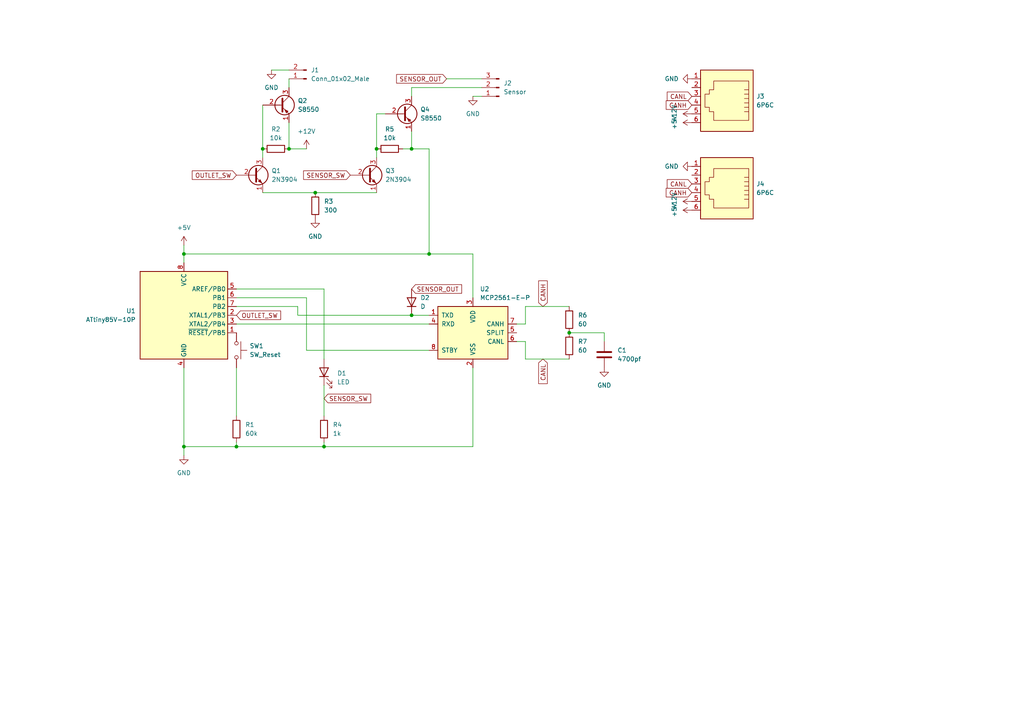
<source format=kicad_sch>
(kicad_sch (version 20211123) (generator eeschema)
  (paper "A4")
  (lib_symbols
    (symbol "Connector:6P6C" (pin_names (offset 1.016))
      (property "Reference" "J" (at -5.08 11.43 0))
      (property "Value" "6P6C" (at 2.54 11.43 0))
      (symbol "6P6C_0_1"
        (polyline (pts (xy -6.35 -1.905) (xy -5.08 -1.905) (xy -5.08 -1.905)))
        (polyline (pts (xy -6.35 -0.635) (xy -5.08 -0.635) (xy -5.08 -0.635)))
        (polyline (pts (xy -6.35 0.635) (xy -5.08 0.635) (xy -5.08 0.635)))
        (polyline (pts (xy -6.35 1.905) (xy -5.08 1.905) (xy -5.08 1.905)))
        (polyline (pts (xy -6.35 3.175) (xy -5.08 3.175) (xy -5.08 3.175)))
        (polyline (pts (xy -5.08 4.445) (xy -6.35 4.445) (xy -6.35 4.445)))
        (polyline (pts (xy -6.35 -4.445) (xy -6.35 6.985) (xy 3.81 6.985) (xy 3.81 4.445) (xy 5.08 4.445) (xy 5.08 3.175) (xy 6.35 3.175) (xy 6.35 -0.635) (xy 5.08 -0.635) (xy 5.08 -1.905) (xy 3.81 -1.905) (xy 3.81 -4.445) (xy -6.35 -4.445) (xy -6.35 -4.445)))
        (rectangle (start 7.62 10.16) (end -7.62 -7.62) (stroke (width 0.254)) (fill (type background)))
      )
      (symbol "6P6C_1_1"
        (pin passive line (at 10.16 -5.08 180) (length 2.54) (name "~") (number "1"))
        (pin passive line (at 10.16 -2.54 180) (length 2.54) (name "~") (number "2"))
        (pin passive line (at 10.16 0 180) (length 2.54) (name "~") (number "3"))
        (pin passive line (at 10.16 2.54 180) (length 2.54) (name "~") (number "4"))
        (pin passive line (at 10.16 5.08 180) (length 2.54) (name "~") (number "5"))
        (pin passive line (at 10.16 7.62 180) (length 2.54) (name "~") (number "6"))
      )
    )
    (symbol "Connector:Conn_01x02_Male" (pin_names (offset 1.016) hide)
      (property "Reference" "J" (at 0 2.54 0))
      (property "Value" "Conn_01x02_Male" (at 0 -5.08 0))
      (symbol "Conn_01x02_Male_1_1"
        (polyline (pts (xy 1.27 -2.54) (xy 0.8636 -2.54)) (stroke (width 0.1524)))
        (polyline (pts (xy 1.27 0) (xy 0.8636 0)) (stroke (width 0.1524)))
        (rectangle (start 0.8636 -2.413) (end 0 -2.667) (stroke (width 0.1524)) (fill (type outline)))
        (rectangle (start 0.8636 0.127) (end 0 -0.127) (stroke (width 0.1524)) (fill (type outline)))
        (pin passive line (at 5.08 0 180) (length 3.81) (name "Pin_1") (number "1"))
        (pin passive line (at 5.08 -2.54 180) (length 3.81) (name "Pin_2") (number "2"))
      )
    )
    (symbol "Connector:Conn_01x03_Male" (pin_names (offset 1.016) hide)
      (property "Reference" "J" (at 0 5.08 0))
      (property "Value" "Conn_01x03_Male" (at 0 -5.08 0))
      (symbol "Conn_01x03_Male_1_1"
        (polyline (pts (xy 1.27 -2.54) (xy 0.8636 -2.54)) (stroke (width 0.1524)))
        (polyline (pts (xy 1.27 0) (xy 0.8636 0)) (stroke (width 0.1524)))
        (polyline (pts (xy 1.27 2.54) (xy 0.8636 2.54)) (stroke (width 0.1524)))
        (rectangle (start 0.8636 -2.413) (end 0 -2.667) (stroke (width 0.1524)) (fill (type outline)))
        (rectangle (start 0.8636 0.127) (end 0 -0.127) (stroke (width 0.1524)) (fill (type outline)))
        (rectangle (start 0.8636 2.667) (end 0 2.413) (stroke (width 0.1524)) (fill (type outline)))
        (pin passive line (at 5.08 2.54 180) (length 3.81) (name "Pin_1") (number "1"))
        (pin passive line (at 5.08 0 180) (length 3.81) (name "Pin_2") (number "2"))
        (pin passive line (at 5.08 -2.54 180) (length 3.81) (name "Pin_3") (number "3"))
      )
    )
    (symbol "Device:C" (pin_numbers hide) (pin_names (offset 0.254))
      (property "Reference" "C" (at 0.635 2.54 0))
      (property "Value" "C" (at 0.635 -2.54 0))
      (symbol "C_0_1"
        (polyline (pts (xy -2.032 -0.762) (xy 2.032 -0.762)) (stroke (width 0.508)))
        (polyline (pts (xy -2.032 0.762) (xy 2.032 0.762)) (stroke (width 0.508)))
      )
      (symbol "C_1_1"
        (pin passive line (at 0 3.81 270) (length 2.794) (name "~") (number "1"))
        (pin passive line (at 0 -3.81 90) (length 2.794) (name "~") (number "2"))
      )
    )
    (symbol "Device:D" (pin_numbers hide) (pin_names (offset 1.016) hide)
      (property "Reference" "D" (at 0 2.54 0))
      (property "Value" "D" (at 0 -2.54 0))
      (symbol "D_0_1"
        (polyline (pts (xy -1.27 1.27) (xy -1.27 -1.27)) (stroke (width 0.254)))
        (polyline (pts (xy 1.27 0) (xy -1.27 0)))
        (polyline (pts (xy 1.27 1.27) (xy 1.27 -1.27) (xy -1.27 0) (xy 1.27 1.27)) (stroke (width 0.254)))
      )
      (symbol "D_1_1"
        (pin passive line (at -3.81 0 0) (length 2.54) (name "K") (number "1"))
        (pin passive line (at 3.81 0 180) (length 2.54) (name "A") (number "2"))
      )
    )
    (symbol "Device:LED" (pin_numbers hide) (pin_names (offset 1.016) hide)
      (property "Reference" "D" (at 0 2.54 0))
      (property "Value" "LED" (at 0 -2.54 0))
      (symbol "LED_0_1"
        (polyline (pts (xy -1.27 -1.27) (xy -1.27 1.27)) (stroke (width 0.254)))
        (polyline (pts (xy -1.27 0) (xy 1.27 0)))
        (polyline (pts (xy 1.27 -1.27) (xy 1.27 1.27) (xy -1.27 0) (xy 1.27 -1.27)) (stroke (width 0.254)))
        (polyline (pts (xy -3.048 -0.762) (xy -4.572 -2.286) (xy -3.81 -2.286) (xy -4.572 -2.286) (xy -4.572 -1.524)))
        (polyline (pts (xy -1.778 -0.762) (xy -3.302 -2.286) (xy -2.54 -2.286) (xy -3.302 -2.286) (xy -3.302 -1.524)))
      )
      (symbol "LED_1_1"
        (pin passive line (at -3.81 0 0) (length 2.54) (name "K") (number "1"))
        (pin passive line (at 3.81 0 180) (length 2.54) (name "A") (number "2"))
      )
    )
    (symbol "Device:R" (pin_numbers hide) (pin_names (offset 0))
      (property "Reference" "R" (at 2.032 0 90))
      (property "Value" "R" (at 0 0 90))
      (symbol "R_0_1"
        (rectangle (start -1.016 -2.54) (end 1.016 2.54) (stroke (width 0.254)))
      )
      (symbol "R_1_1"
        (pin passive line (at 0 3.81 270) (length 1.27) (name "~") (number "1"))
        (pin passive line (at 0 -3.81 90) (length 1.27) (name "~") (number "2"))
      )
    )
    (symbol "Interface_CAN_LIN:MCP2561-E-P" (pin_names (offset 1.016))
      (property "Reference" "U" (at -10.16 8.89 0))
      (property "Value" "MCP2561-E-P" (at 2.54 8.89 0))
      (symbol "MCP2561-E-P_0_1"
        (rectangle (start -10.16 7.62) (end 10.16 -7.62) (stroke (width 0.254)) (fill (type background)))
      )
      (symbol "MCP2561-E-P_1_1"
        (pin input line (at -12.7 5.08 0) (length 2.54) (name "TXD") (number "1"))
        (pin power_in line (at 0 -10.16 90) (length 2.54) (name "VSS") (number "2"))
        (pin power_in line (at 0 10.16 270) (length 2.54) (name "VDD") (number "3"))
        (pin output line (at -12.7 2.54 0) (length 2.54) (name "RXD") (number "4"))
        (pin passive line (at 12.7 0 180) (length 2.54) (name "SPLIT") (number "5"))
        (pin bidirectional line (at 12.7 -2.54 180) (length 2.54) (name "CANL") (number "6"))
        (pin bidirectional line (at 12.7 2.54 180) (length 2.54) (name "CANH") (number "7"))
        (pin input line (at -12.7 -5.08 0) (length 2.54) (name "STBY") (number "8"))
      )
    )
    (symbol "MCU_Microchip_ATtiny:ATtiny85V-10P"
      (property "Reference" "U" (at -12.7 13.97 0))
      (property "Value" "ATtiny85V-10P" (at 2.54 -13.97 0))
      (symbol "ATtiny85V-10P_0_1"
        (rectangle (start -12.7 -12.7) (end 12.7 12.7) (stroke (width 0.254)) (fill (type background)))
      )
      (symbol "ATtiny85V-10P_1_1"
        (pin bidirectional line (at 15.24 -5.08 180) (length 2.54) (name "~{RESET}/PB5") (number "1"))
        (pin bidirectional line (at 15.24 0 180) (length 2.54) (name "XTAL1/PB3") (number "2"))
        (pin bidirectional line (at 15.24 -2.54 180) (length 2.54) (name "XTAL2/PB4") (number "3"))
        (pin power_in line (at 0 -15.24 90) (length 2.54) (name "GND") (number "4"))
        (pin bidirectional line (at 15.24 7.62 180) (length 2.54) (name "AREF/PB0") (number "5"))
        (pin bidirectional line (at 15.24 5.08 180) (length 2.54) (name "PB1") (number "6"))
        (pin bidirectional line (at 15.24 2.54 180) (length 2.54) (name "PB2") (number "7"))
        (pin power_in line (at 0 15.24 270) (length 2.54) (name "VCC") (number "8"))
      )
    )
    (symbol "Switch:SW_Push" (pin_numbers hide) (pin_names (offset 1.016) hide)
      (property "Reference" "SW" (at 1.27 2.54 0))
      (property "Value" "SW_Push" (at 0 -1.524 0))
      (symbol "SW_Push_0_1"
        (circle (center -2.032 0) (radius 0.508))
        (polyline (pts (xy 0 1.27) (xy 0 3.048)))
        (polyline (pts (xy 2.54 1.27) (xy -2.54 1.27)))
        (circle (center 2.032 0) (radius 0.508))
        (pin passive line (at -5.08 0 0) (length 2.54) (name "1") (number "1"))
        (pin passive line (at 5.08 0 180) (length 2.54) (name "2") (number "2"))
      )
    )
    (symbol "Transistor_BJT:2N3904" (pin_names (offset 0) hide)
      (property "Reference" "Q" (at 5.08 1.905 0))
      (property "Value" "2N3904" (at 5.08 0 0))
      (symbol "2N3904_0_1"
        (polyline (pts (xy 0.635 0.635) (xy 2.54 2.54)))
        (polyline (pts (xy 0.635 -0.635) (xy 2.54 -2.54) (xy 2.54 -2.54)))
        (polyline (pts (xy 0.635 1.905) (xy 0.635 -1.905) (xy 0.635 -1.905)) (stroke (width 0.508)))
        (polyline (pts (xy 1.27 -1.778) (xy 1.778 -1.27) (xy 2.286 -2.286) (xy 1.27 -1.778) (xy 1.27 -1.778)) (fill (type outline)))
        (circle (center 1.27 0) (radius 2.8194) (stroke (width 0.254)))
      )
      (symbol "2N3904_1_1"
        (pin passive line (at 2.54 -5.08 90) (length 2.54) (name "E") (number "1"))
        (pin passive line (at -5.08 0 0) (length 5.715) (name "B") (number "2"))
        (pin passive line (at 2.54 5.08 270) (length 2.54) (name "C") (number "3"))
      )
    )
    (symbol "Transistor_BJT:S8550" (pin_names (offset 0) hide)
      (property "Reference" "Q" (at 5.08 1.905 0))
      (property "Value" "S8550" (at 5.08 0 0))
      (symbol "S8550_0_1"
        (polyline (pts (xy 0 0) (xy 0.635 0)))
        (polyline (pts (xy 2.54 -2.54) (xy 0.635 -0.635)))
        (polyline (pts (xy 2.54 2.54) (xy 0.635 0.635)))
        (polyline (pts (xy 0.635 1.905) (xy 0.635 -1.905) (xy 0.635 -1.905)) (stroke (width 0.508)) (fill (type outline)))
        (polyline (pts (xy 1.778 -2.286) (xy 2.286 -1.778) (xy 1.27 -1.27) (xy 1.778 -2.286) (xy 1.778 -2.286)) (fill (type outline)))
        (circle (center 1.27 0) (radius 2.8194) (stroke (width 0.254)))
      )
      (symbol "S8550_1_1"
        (pin passive line (at 2.54 -5.08 90) (length 2.54) (name "E") (number "1"))
        (pin input line (at -5.08 0 0) (length 5.08) (name "B") (number "2"))
        (pin passive line (at 2.54 5.08 270) (length 2.54) (name "C") (number "3"))
      )
    )
    (symbol "power:+12V" (power) (pin_names (offset 0))
      (property "Value" "+12V" (at 0 3.556 0))
      (symbol "+12V_0_1"
        (polyline (pts (xy -0.762 1.27) (xy 0 2.54)))
        (polyline (pts (xy 0 0) (xy 0 2.54)))
        (polyline (pts (xy 0 2.54) (xy 0.762 1.27)))
      )
      (symbol "+12V_1_1"
        (pin power_in line (at 0 0 90) (length 0) hide (name "+12V") (number "1"))
      )
    )
    (symbol "power:+5V" (power) (pin_names (offset 0))
      (property "Value" "+5V" (at 0 3.556 0))
      (symbol "+5V_0_1"
        (polyline (pts (xy -0.762 1.27) (xy 0 2.54)))
        (polyline (pts (xy 0 0) (xy 0 2.54)))
        (polyline (pts (xy 0 2.54) (xy 0.762 1.27)))
      )
      (symbol "+5V_1_1"
        (pin power_in line (at 0 0 90) (length 0) hide (name "+5V") (number "1"))
      )
    )
    (symbol "power:GND" (power) (pin_names (offset 0))
      (property "Value" "GND" (at 0 -3.81 0))
      (symbol "GND_0_1"
        (polyline (pts (xy 0 0) (xy 0 -1.27) (xy 1.27 -1.27) (xy 0 -2.54) (xy -1.27 -1.27) (xy 0 -1.27)))
      )
      (symbol "GND_1_1"
        (pin power_in line (at 0 0 270) (length 0) hide (name "GND") (number "1"))
      )
    )
  )
  (junction (at 91.44 55.88))
  (junction (at 93.98 129.54))
  (junction (at 83.82 43.18))
  (junction (at 53.34 73.66))
  (junction (at 165.1 96.52))
  (junction (at 76.2 43.18))
  (junction (at 124.46 73.66))
  (junction (at 53.34 129.54))
  (junction (at 119.38 43.18))
  (junction (at 68.58 129.54))
  (junction (at 109.22 43.18))
  (junction (at 119.38 91.44))
  (wire (pts (xy 88.9 86.36) (xy 88.9 101.6)))
  (wire (pts (xy 152.4 104.14) (xy 152.4 99.06)))
  (wire (pts (xy 53.34 71.12) (xy 53.34 73.66)))
  (wire (pts (xy 68.58 93.98) (xy 124.46 93.98)))
  (wire (pts (xy 68.58 86.36) (xy 88.9 86.36)))
  (wire (pts (xy 152.4 99.06) (xy 149.86 99.06)))
  (wire (pts (xy 109.22 33.02) (xy 109.22 43.18)))
  (wire (pts (xy 124.46 73.66) (xy 137.16 73.66)))
  (wire (pts (xy 53.34 129.54) (xy 68.58 129.54)))
  (wire (pts (xy 68.58 83.82) (xy 93.98 83.82)))
  (wire (pts (xy 93.98 120.65) (xy 93.98 111.76)))
  (wire (pts (xy 119.38 25.4) (xy 119.38 27.94)))
  (wire (pts (xy 149.86 93.98) (xy 152.4 93.98)))
  (wire (pts (xy 165.1 96.52) (xy 175.26 96.52)))
  (wire (pts (xy 53.34 106.68) (xy 53.34 129.54)))
  (wire (pts (xy 86.36 91.44) (xy 119.38 91.44)))
  (wire (pts (xy 129.54 22.86) (xy 139.7 22.86)))
  (wire (pts (xy 175.26 96.52) (xy 175.26 99.06)))
  (wire (pts (xy 53.34 73.66) (xy 124.46 73.66)))
  (wire (pts (xy 86.36 88.9) (xy 86.36 91.44)))
  (wire (pts (xy 88.9 101.6) (xy 124.46 101.6)))
  (wire (pts (xy 137.16 106.68) (xy 137.16 129.54)))
  (wire (pts (xy 78.74 20.32) (xy 83.82 20.32)))
  (wire (pts (xy 53.34 129.54) (xy 53.34 132.08)))
  (wire (pts (xy 76.2 30.48) (xy 76.2 43.18)))
  (wire (pts (xy 76.2 43.18) (xy 76.2 45.72)))
  (wire (pts (xy 83.82 22.86) (xy 83.82 25.4)))
  (wire (pts (xy 152.4 88.9) (xy 165.1 88.9)))
  (wire (pts (xy 152.4 93.98) (xy 152.4 88.9)))
  (wire (pts (xy 53.34 73.66) (xy 53.34 76.2)))
  (wire (pts (xy 137.16 86.36) (xy 137.16 73.66)))
  (wire (pts (xy 91.44 55.88) (xy 109.22 55.88)))
  (wire (pts (xy 68.58 120.65) (xy 68.58 106.68)))
  (wire (pts (xy 93.98 128.27) (xy 93.98 129.54)))
  (wire (pts (xy 139.7 27.94) (xy 137.16 27.94)))
  (wire (pts (xy 111.76 33.02) (xy 109.22 33.02)))
  (wire (pts (xy 109.22 43.18) (xy 109.22 45.72)))
  (wire (pts (xy 83.82 35.56) (xy 83.82 43.18)))
  (wire (pts (xy 93.98 129.54) (xy 137.16 129.54)))
  (wire (pts (xy 165.1 104.14) (xy 152.4 104.14)))
  (wire (pts (xy 68.58 88.9) (xy 86.36 88.9)))
  (wire (pts (xy 119.38 91.44) (xy 124.46 91.44)))
  (wire (pts (xy 68.58 129.54) (xy 93.98 129.54)))
  (wire (pts (xy 116.84 43.18) (xy 119.38 43.18)))
  (wire (pts (xy 68.58 128.27) (xy 68.58 129.54)))
  (wire (pts (xy 119.38 43.18) (xy 124.46 43.18)))
  (wire (pts (xy 124.46 43.18) (xy 124.46 73.66)))
  (wire (pts (xy 119.38 43.18) (xy 119.38 38.1)))
  (wire (pts (xy 83.82 43.18) (xy 88.9 43.18)))
  (wire (pts (xy 93.98 83.82) (xy 93.98 104.14)))
  (wire (pts (xy 76.2 55.88) (xy 91.44 55.88)))
  (wire (pts (xy 139.7 25.4) (xy 119.38 25.4)))
  (global_label "SENSOR_OUT" (shape input) (at 129.54 22.86 180) (property "Intersheet References" "${INTERSHEET_REFS}" (effects hide)))
  (global_label "OUTLET_SW" (shape input) (at 68.58 91.44 0) (property "Intersheet References" "${INTERSHEET_REFS}" (effects hide)))
  (global_label "SENSOR_SW" (shape input) (at 93.98 115.57 0) (property "Intersheet References" "${INTERSHEET_REFS}" (effects hide)))
  (global_label "OUTLET_SW" (shape input) (at 68.58 50.8 180) (property "Intersheet References" "${INTERSHEET_REFS}" (effects hide)))
  (global_label "SENSOR_OUT" (shape input) (at 119.38 83.82 0) (property "Intersheet References" "${INTERSHEET_REFS}" (effects hide)))
  (global_label "CANL" (shape input) (at 200.66 53.34 180) (property "Intersheet References" "${INTERSHEET_REFS}" (effects hide)))
  (global_label "CANH" (shape input) (at 200.66 55.88 180) (property "Intersheet References" "${INTERSHEET_REFS}" (effects hide)))
  (global_label "CANH" (shape input) (at 200.66 30.48 180) (property "Intersheet References" "${INTERSHEET_REFS}" (effects hide)))
  (global_label "SENSOR_SW" (shape input) (at 101.6 50.8 180) (property "Intersheet References" "${INTERSHEET_REFS}" (effects hide)))
  (global_label "CANL" (shape input) (at 157.48 104.14 270) (property "Intersheet References" "${INTERSHEET_REFS}" (effects hide)))
  (global_label "CANL" (shape input) (at 200.66 27.94 180) (property "Intersheet References" "${INTERSHEET_REFS}" (effects hide)))
  (global_label "CANH" (shape input) (at 157.48 88.9 90) (property "Intersheet References" "${INTERSHEET_REFS}" (effects hide)))
  (symbol (lib_id "power:+12V") (at 200.66 33.02 90) (unit 1)
    (property "Reference" "#PWR0107" (effects hide))
    (property "Value" "+12V" (at 195.58 33.02 0))
  )
  (symbol (lib_id "power:+5V") (at 53.34 71.12 0) (unit 1)
    (property "Reference" "#PWR0104" (effects hide))
    (property "Value" "+5V" (at 53.34 66.04 0))
  )
  (symbol (lib_id "Connector:6P6C") (at 210.82 27.94 180) (unit 1)
    (property "Reference" "J3" (at 219.3544 27.9399 0) (effects (justify right)))
    (property "Value" "6P6C" (at 219.3544 30.4799 0) (effects (justify right)))
    (property "Footprint" "Footprints:RJ12_Pulse_E5566" (effects hide))
  )
  (symbol (lib_id "Device:D") (at 119.38 87.63 90) (unit 1)
    (property "Reference" "D2" (at 121.92 86.3599 90) (effects (justify right)))
    (property "Value" "D" (at 121.92 88.8999 90) (effects (justify right)))
    (property "Footprint" "Diode_THT:D_DO-35_SOD27_P7.62mm_Horizontal" (effects hide))
  )
  (symbol (lib_id "Device:R") (at 68.58 124.46 0) (unit 1)
    (property "Reference" "R1" (at 71.12 123.1899 0) (effects (justify left)))
    (property "Value" "60k" (at 71.12 125.7299 0) (effects (justify left)))
    (property "Footprint" "Resistor_THT:R_Axial_DIN0204_L3.6mm_D1.6mm_P7.62mm_Horizontal" (effects hide))
  )
  (symbol (lib_id "power:GND") (at 137.16 27.94 0) (unit 1)
    (property "Reference" "#PWR0101" (effects hide))
    (property "Value" "GND" (at 137.16 33.02 0))
  )
  (symbol (lib_id "power:+12V") (at 88.9 43.18 0) (unit 1)
    (property "Reference" "#PWR0103" (effects hide))
    (property "Value" "+12V" (at 88.9 38.1 0))
  )
  (symbol (lib_id "power:GND") (at 91.44 63.5 0) (unit 1)
    (property "Reference" "#PWR0102" (effects hide))
    (property "Value" "GND" (at 91.44 68.58 0))
  )
  (symbol (lib_id "power:GND") (at 78.74 20.32 0) (unit 1)
    (property "Reference" "#PWR0113" (effects hide))
    (property "Value" "GND" (at 78.74 25.4 0))
  )
  (symbol (lib_id "power:GND") (at 200.66 48.26 270) (unit 1)
    (property "Reference" "#PWR0110" (effects hide))
    (property "Value" "GND" (at 196.85 48.2599 90) (effects (justify right)))
  )
  (symbol (lib_id "power:+12V") (at 200.66 58.42 90) (unit 1)
    (property "Reference" "#PWR0109" (effects hide))
    (property "Value" "+12V" (at 195.58 58.42 0))
  )
  (symbol (lib_id "power:GND") (at 200.66 22.86 270) (unit 1)
    (property "Reference" "#PWR0106" (effects hide))
    (property "Value" "GND" (at 196.85 22.8599 90) (effects (justify right)))
  )
  (symbol (lib_id "Device:R") (at 93.98 124.46 0) (unit 1)
    (property "Reference" "R4" (at 96.52 123.1899 0) (effects (justify left)))
    (property "Value" "1k" (at 96.52 125.7299 0) (effects (justify left)))
    (property "Footprint" "Resistor_THT:R_Axial_DIN0204_L3.6mm_D1.6mm_P7.62mm_Horizontal" (effects hide))
  )
  (symbol (lib_id "Device:R") (at 165.1 92.71 0) (unit 1)
    (property "Reference" "R6" (at 167.64 91.4399 0) (effects (justify left)))
    (property "Value" "60" (at 167.64 93.9799 0) (effects (justify left)))
    (property "Footprint" "Resistor_THT:R_Axial_DIN0204_L3.6mm_D1.6mm_P7.62mm_Horizontal" (effects hide))
  )
  (symbol (lib_id "Device:R") (at 91.44 59.69 0) (unit 1)
    (property "Reference" "R3" (at 93.98 58.4199 0) (effects (justify left)))
    (property "Value" "300" (at 93.98 60.9599 0) (effects (justify left)))
    (property "Footprint" "Resistor_THT:R_Axial_DIN0204_L3.6mm_D1.6mm_P7.62mm_Horizontal" (effects hide))
  )
  (symbol (lib_id "MCU_Microchip_ATtiny:ATtiny85V-10P") (at 53.34 91.44 0) (unit 1)
    (property "Reference" "U1" (at 39.37 90.1699 0) (effects (justify right)))
    (property "Value" "ATtiny85V-10P" (at 39.37 92.7099 0) (effects (justify right)))
    (property "Footprint" "Package_DIP:DIP-8_W7.62mm" (effects hide))
    (property "Datasheet" "http://ww1.microchip.com/downloads/en/DeviceDoc/atmel-2586-avr-8-bit-microcontroller-attiny25-attiny45-attiny85_datasheet.pdf" (effects hide))
  )
  (symbol (lib_id "Connector:6P6C") (at 210.82 53.34 180) (unit 1)
    (property "Reference" "J4" (at 219.3544 53.3399 0) (effects (justify right)))
    (property "Value" "6P6C" (at 219.3544 55.8799 0) (effects (justify right)))
    (property "Footprint" "Footprints:RJ12_Pulse_E5566" (effects hide))
  )
  (symbol (lib_id "power:GND") (at 175.26 106.68 0) (unit 1)
    (property "Reference" "#PWR0112" (effects hide))
    (property "Value" "GND" (at 175.26 111.76 0))
  )
  (symbol (lib_id "Device:LED") (at 93.98 107.95 90) (unit 1)
    (property "Reference" "D1" (at 97.79 108.2674 90) (effects (justify right)))
    (property "Value" "LED" (at 97.79 110.8074 90) (effects (justify right)))
    (property "Footprint" "LED_THT:LED_D1.8mm_W3.3mm_H2.4mm" (effects hide))
  )
  (symbol (lib_id "Transistor_BJT:2N3904") (at 73.66 50.8 0) (unit 1)
    (property "Reference" "Q1" (at 78.74 49.5299 0) (effects (justify left)))
    (property "Value" "2N3904" (at 78.74 52.0699 0) (effects (justify left)))
    (property "Footprint" "Package_TO_SOT_THT:TO-92_Inline" (effects hide))
    (property "Datasheet" "https://www.onsemi.com/pub/Collateral/2N3903-D.PDF" (effects hide))
  )
  (symbol (lib_id "Transistor_BJT:S8550") (at 81.28 30.48 0) (unit 1)
    (property "Reference" "Q2" (at 86.36 29.2099 0) (effects (justify left)))
    (property "Value" "S8550" (at 86.36 31.7499 0) (effects (justify left)))
    (property "Footprint" "Package_TO_SOT_THT:TO-92_Inline" (effects hide))
    (property "Datasheet" "http://www.unisonic.com.tw/datasheet/S8550.pdf" (effects hide))
  )
  (symbol (lib_id "Device:R") (at 80.01 43.18 90) (unit 1)
    (property "Reference" "R2" (at 80.01 37.465 90))
    (property "Value" "10k" (at 80.01 40.005 90))
    (property "Footprint" "Resistor_THT:R_Axial_DIN0204_L3.6mm_D1.6mm_P7.62mm_Horizontal" (effects hide))
  )
  (symbol (lib_id "Switch:SW_Push") (at 68.58 101.6 270) (unit 1)
    (property "Reference" "SW1" (at 72.39 100.3299 90) (effects (justify left)))
    (property "Value" "SW_Reset" (at 72.39 102.8699 90) (effects (justify left)))
    (property "Footprint" "Button_Switch_THT:SW_PUSH_6mm" (effects hide))
  )
  (symbol (lib_id "Device:C") (at 175.26 102.87 0) (unit 1)
    (property "Reference" "C1" (at 179.07 101.5999 0) (effects (justify left)))
    (property "Value" "4700pf" (at 179.07 104.1399 0) (effects (justify left)))
    (property "Footprint" "Capacitor_THT:C_Disc_D4.3mm_W1.9mm_P5.00mm" (effects hide))
  )
  (symbol (lib_id "power:+5V") (at 200.66 60.96 90) (unit 1)
    (property "Reference" "#PWR0111" (effects hide))
    (property "Value" "+5V" (at 195.58 60.96 0))
  )
  (symbol (lib_id "Transistor_BJT:S8550") (at 116.84 33.02 0) (unit 1)
    (property "Reference" "Q4" (at 121.92 31.7499 0) (effects (justify left)))
    (property "Value" "S8550" (at 121.92 34.2899 0) (effects (justify left)))
    (property "Footprint" "Package_TO_SOT_THT:TO-92_Inline" (effects hide))
    (property "Datasheet" "http://www.unisonic.com.tw/datasheet/S8550.pdf" (effects hide))
  )
  (symbol (lib_id "power:+5V") (at 200.66 35.56 90) (unit 1)
    (property "Reference" "#PWR0108" (effects hide))
    (property "Value" "+5V" (at 195.58 35.56 0))
  )
  (symbol (lib_id "Device:R") (at 113.03 43.18 90) (unit 1)
    (property "Reference" "R5" (at 113.03 37.465 90))
    (property "Value" "10k" (at 113.03 40.005 90))
    (property "Footprint" "Resistor_THT:R_Axial_DIN0204_L3.6mm_D1.6mm_P7.62mm_Horizontal" (effects hide))
  )
  (symbol (lib_id "Connector:Conn_01x03_Male") (at 144.78 25.4 180) (unit 1)
    (property "Reference" "J2" (at 146.05 24.1299 0) (effects (justify right)))
    (property "Value" "Sensor" (at 146.05 26.6699 0) (effects (justify right)))
    (property "Footprint" "Connector_PinHeader_2.54mm:PinHeader_1x03_P2.54mm_Vertical" (effects hide))
  )
  (symbol (lib_id "Device:R") (at 165.1 100.33 0) (unit 1)
    (property "Reference" "R7" (at 167.64 99.0599 0) (effects (justify left)))
    (property "Value" "60" (at 167.64 101.5999 0) (effects (justify left)))
    (property "Footprint" "Resistor_THT:R_Axial_DIN0204_L3.6mm_D1.6mm_P7.62mm_Horizontal" (effects hide))
  )
  (symbol (lib_id "Interface_CAN_LIN:MCP2561-E-P") (at 137.16 96.52 0) (unit 1)
    (property "Reference" "U2" (at 139.1794 83.82 0) (effects (justify left)))
    (property "Value" "MCP2561-E-P" (at 139.1794 86.36 0) (effects (justify left)))
    (property "Footprint" "Package_DIP:DIP-8_W7.62mm" (effects hide))
    (property "Datasheet" "http://ww1.microchip.com/downloads/en/DeviceDoc/25167A.pdf" (effects hide))
  )
  (symbol (lib_id "Transistor_BJT:2N3904") (at 106.68 50.8 0) (unit 1)
    (property "Reference" "Q3" (at 111.76 49.5299 0) (effects (justify left)))
    (property "Value" "2N3904" (at 111.76 52.0699 0) (effects (justify left)))
    (property "Footprint" "Package_TO_SOT_THT:TO-92_Inline" (effects hide))
    (property "Datasheet" "https://www.onsemi.com/pub/Collateral/2N3903-D.PDF" (effects hide))
  )
  (symbol (lib_id "power:GND") (at 53.34 132.08 0) (unit 1)
    (property "Reference" "#PWR0105" (effects hide))
    (property "Value" "GND" (at 53.34 137.16 0))
  )
  (symbol (lib_id "Connector:Conn_01x02_Male") (at 88.9 22.86 180) (unit 1)
    (property "Reference" "J1" (at 90.17 20.3199 0) (effects (justify right)))
    (property "Value" "Conn_01x02_Male" (at 90.17 22.8599 0) (effects (justify right)))
    (property "Footprint" "Connector_PinHeader_2.54mm:PinHeader_1x02_P2.54mm_Vertical" (effects hide))
  )
)
</source>
